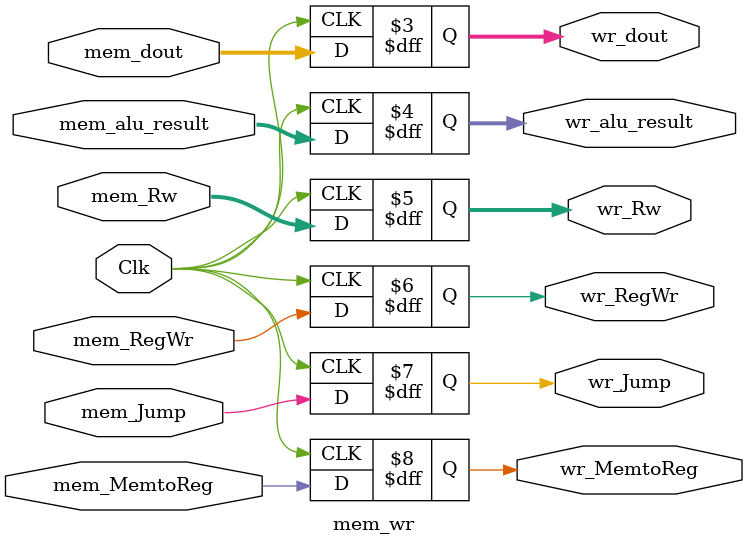
<source format=v>
module mem_wr(Clk,mem_dout,mem_alu_result,mem_Rw,mem_RegWr,mem_Jump,mem_MemtoReg,
             wr_dout,wr_alu_result,wr_Rw,wr_RegWr,wr_Jump,wr_MemtoReg);
    input       Clk;
    input[31:0] mem_dout;
    input[31:0] mem_alu_result;
    input[4:0]  mem_Rw;
    input       mem_RegWr,mem_Jump,mem_MemtoReg;
    
    output reg [31:0] wr_dout;
    output reg [31:0] wr_alu_result;
    output reg [4:0]  wr_Rw;
    output reg        wr_RegWr,wr_Jump,wr_MemtoReg;
    
    initial begin
      wr_dout       = 32'd0;
      wr_alu_result = 32'd0;
      wr_Rw         = 5'd0;
      wr_RegWr      = 0;
      wr_Jump       = 0;
      wr_MemtoReg   = 0; 
    end
    always @(posedge Clk)
    begin
      wr_dout       <= mem_dout;
      wr_alu_result <= mem_alu_result;
      wr_Rw         <= mem_Rw; 
      //control
      wr_RegWr      <= mem_RegWr;
      wr_Jump       <= mem_Jump;
      wr_MemtoReg   <= mem_MemtoReg;
    end
endmodule

</source>
